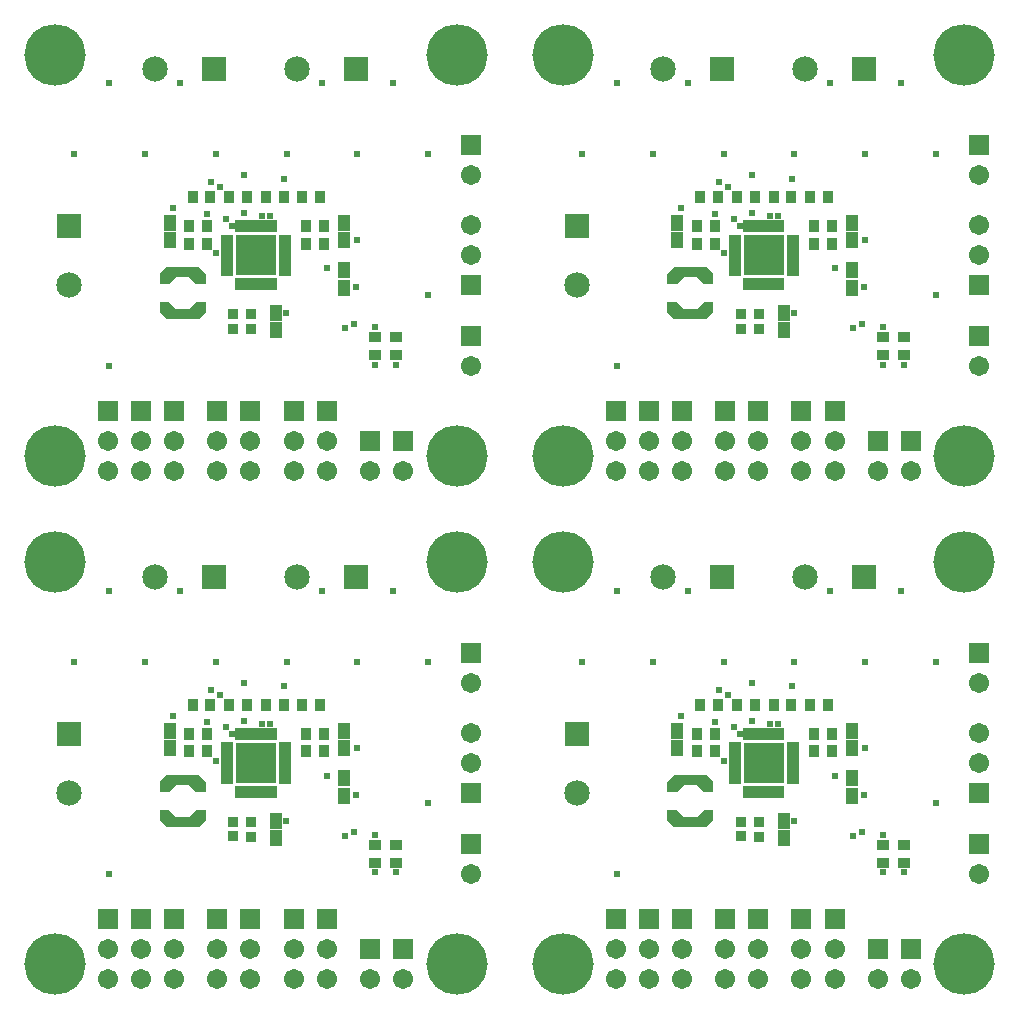
<source format=gts>
%MOIN*%
%OFA0B0*%
%FSLAX25Y25*%
%IPPOS*%
%LPD*%
%ADD14R,0.03556X0.04343*%
%ADD15R,0.03985X0.05241*%
%ADD16R,0.13202X0.13202*%
%ADD17R,0.04068X0.01981*%
%ADD18R,0.01981X0.04068*%
%ADD19R,0.03568X0.03563*%
%ADD20R,0.03379X0.03174*%
%ADD21R,0.04343X0.03556*%
%ADD22C,0.04039*%
%ADD23C,0.06706*%
%ADD24R,0.06706X0.06706*%
%ADD25C,0.08477*%
%ADD26R,0.08477X0.08477*%
%ADD27R,0.08477X0.08477*%
%ADD28C,0.20485000000000003*%
%ADD29C,0.02375*%
%ADD30C,0.03556*%
%ADD41R,0.03556X0.04343*%
%ADD42R,0.03985X0.05241*%
%ADD43R,0.13202X0.13202*%
%ADD44R,0.04068X0.01981*%
%ADD45R,0.01981X0.04068*%
%ADD46R,0.03568X0.03563*%
%ADD47R,0.03379X0.03174*%
%ADD48R,0.04343X0.03556*%
%ADD49C,0.04039*%
%ADD50C,0.06706*%
%ADD51R,0.06706X0.06706*%
%ADD52C,0.08477*%
%ADD53R,0.08477X0.08477*%
%ADD54R,0.08477X0.08477*%
%ADD55C,0.20485000000000003*%
%ADD56C,0.02375*%
%ADD57C,0.03556*%
%ADD58R,0.03556X0.04343*%
%ADD59R,0.03985X0.05241*%
%ADD60R,0.13202X0.13202*%
%ADD61R,0.04068X0.01981*%
%ADD62R,0.01981X0.04068*%
%ADD63R,0.03568X0.03563*%
%ADD64R,0.03379X0.03174*%
%ADD65R,0.04343X0.03556*%
%ADD66C,0.04039*%
%ADD67C,0.06706*%
%ADD68R,0.06706X0.06706*%
%ADD69C,0.08477*%
%ADD70R,0.08477X0.08477*%
%ADD71R,0.08477X0.08477*%
%ADD72C,0.20485000000000003*%
%ADD73C,0.02375*%
%ADD74C,0.03556*%
%ADD75R,0.03556X0.04343*%
%ADD76R,0.03985X0.05241*%
%ADD77R,0.13202X0.13202*%
%ADD78R,0.04068X0.01981*%
%ADD79R,0.01981X0.04068*%
%ADD80R,0.03568X0.03563*%
%ADD81R,0.03379X0.03174*%
%ADD82R,0.04343X0.03556*%
%ADD83C,0.04039*%
%ADD84C,0.06706*%
%ADD85R,0.06706X0.06706*%
%ADD86C,0.08477*%
%ADD87R,0.08477X0.08477*%
%ADD88R,0.08477X0.08477*%
%ADD89C,0.20485000000000003*%
%ADD90C,0.02375*%
%ADD91C,0.03556*%
G01*
G75*
G36*
X0061988Y0295905D02*
X0059823Y0293700D01*
X0048838Y0293700D01*
X0046673Y0295905D01*
X0046673Y0299409D01*
X0049724Y0299409D01*
X0052067Y0297125D01*
X0056594Y0297125D01*
X0058936Y0299409D01*
X0061988Y0299409D01*
X0061988Y0295905D01*
D02*
G37*
G36*
X0061988Y0308818D02*
X0061988Y0305315D01*
X0058936Y0305315D01*
X0056594Y0307598D01*
X0052067Y0307598D01*
X0049724Y0305315D01*
X0046673Y0305315D01*
X0046673Y0308818D01*
X0048838Y0311023D01*
X0059823Y0311023D01*
X0061988Y0308818D01*
D02*
G37*
D14*
X0062402Y0324803D02*
D03*
X0056496Y0324803D02*
D03*
X0056496Y0318897D02*
D03*
X0062402Y0318897D02*
D03*
X0101377Y0324803D02*
D03*
X0095473Y0324803D02*
D03*
X0101377Y0318897D02*
D03*
X0095473Y0318897D02*
D03*
X0100197Y0334252D02*
D03*
X0094291Y0334252D02*
D03*
X0087992Y0334252D02*
D03*
X0082087Y0334252D02*
D03*
X0075787Y0334252D02*
D03*
X0069882Y0334252D02*
D03*
X0063582Y0334252D02*
D03*
X0057677Y0334252D02*
D03*
D15*
X0050000Y0325750D02*
D03*
X0050000Y0319919D02*
D03*
X0108268Y0310002D02*
D03*
X0108268Y0304171D02*
D03*
X0108268Y0325750D02*
D03*
X0108268Y0319919D02*
D03*
X0085433Y0295828D02*
D03*
X0085433Y0289997D02*
D03*
D16*
X0078740Y0314960D02*
D03*
D17*
X0069055Y0309055D02*
D03*
X0069055Y0311023D02*
D03*
X0069055Y0312992D02*
D03*
X0069055Y0314960D02*
D03*
X0069055Y0316929D02*
D03*
X0069055Y0318897D02*
D03*
X0069055Y0320865D02*
D03*
X0088425Y0320865D02*
D03*
X0088425Y0318897D02*
D03*
X0088425Y0316929D02*
D03*
X0088425Y0314960D02*
D03*
X0088425Y0312992D02*
D03*
X0088425Y0311023D02*
D03*
X0088425Y0309055D02*
D03*
D18*
X0072835Y0324645D02*
D03*
X0074803Y0324645D02*
D03*
X0076772Y0324645D02*
D03*
X0078740Y0324645D02*
D03*
X0080709Y0324645D02*
D03*
X0082677Y0324645D02*
D03*
X0084646Y0324645D02*
D03*
X0084646Y0305275D02*
D03*
X0082677Y0305275D02*
D03*
X0080709Y0305275D02*
D03*
X0078740Y0305275D02*
D03*
X0076772Y0305275D02*
D03*
X0074803Y0305275D02*
D03*
X0072835Y0305275D02*
D03*
D19*
X0071260Y0295277D02*
D03*
X0071260Y0290549D02*
D03*
D20*
X0077165Y0295378D02*
D03*
X0077165Y0290448D02*
D03*
D21*
X0125394Y0281692D02*
D03*
X0125394Y0287598D02*
D03*
X0118504Y0287598D02*
D03*
X0118504Y0281692D02*
D03*
D22*
X0058956Y0296019D02*
D03*
X0058956Y0308704D02*
D03*
D23*
X0116929Y0243149D02*
D03*
X0127953Y0243149D02*
D03*
X0102362Y0243149D02*
D03*
X0102362Y0253148D02*
D03*
X0091337Y0243149D02*
D03*
X0091337Y0253148D02*
D03*
X0076772Y0243149D02*
D03*
X0076772Y0253148D02*
D03*
X0065748Y0243149D02*
D03*
X0065748Y0253148D02*
D03*
X0051575Y0243149D02*
D03*
X0051575Y0253148D02*
D03*
X0040551Y0243149D02*
D03*
X0040551Y0253148D02*
D03*
X0029528Y0243149D02*
D03*
X0029528Y0253148D02*
D03*
X0150393Y0324960D02*
D03*
X0150393Y0314960D02*
D03*
X0150393Y0278189D02*
D03*
X0150393Y0341574D02*
D03*
D24*
X0116929Y0253148D02*
D03*
X0127953Y0253148D02*
D03*
X0102362Y0263149D02*
D03*
X0091337Y0263149D02*
D03*
X0076772Y0263149D02*
D03*
X0065748Y0263149D02*
D03*
X0051575Y0263149D02*
D03*
X0040551Y0263149D02*
D03*
X0029528Y0263149D02*
D03*
X0150393Y0304959D02*
D03*
X0150393Y0288188D02*
D03*
X0150393Y0351574D02*
D03*
D25*
X0016535Y0305119D02*
D03*
X0092521Y0377165D02*
D03*
X0045276Y0377165D02*
D03*
D26*
X0016535Y0324804D02*
D03*
D27*
X0112206Y0377165D02*
D03*
X0064961Y0377165D02*
D03*
D28*
X0011811Y0248030D02*
D03*
X0145669Y0381889D02*
D03*
X0011811Y0381889D02*
D03*
X0145669Y0248030D02*
D03*
D29*
X0136221Y0348818D02*
D03*
X0136221Y0301574D02*
D03*
X0124408Y0372441D02*
D03*
X0112599Y0348818D02*
D03*
X0100787Y0372441D02*
D03*
X0088976Y0348818D02*
D03*
X0065354Y0348818D02*
D03*
X0053542Y0372441D02*
D03*
X0041732Y0348818D02*
D03*
X0029920Y0372441D02*
D03*
X0018110Y0348818D02*
D03*
X0029920Y0277952D02*
D03*
X0125394Y0278543D02*
D03*
X0118504Y0278543D02*
D03*
X0118504Y0291141D02*
D03*
X0108464Y0290748D02*
D03*
X0111417Y0292125D02*
D03*
X0088189Y0340551D02*
D03*
X0063778Y0339370D02*
D03*
X0051181Y0330708D02*
D03*
X0062598Y0328740D02*
D03*
X0088779Y0295669D02*
D03*
X0102362Y0310630D02*
D03*
X0112205Y0304330D02*
D03*
X0074803Y0341732D02*
D03*
X0068898Y0327165D02*
D03*
X0074803Y0329133D02*
D03*
X0065354Y0315748D02*
D03*
X0112598Y0320077D02*
D03*
X0066929Y0337795D02*
D03*
X0080709Y0327952D02*
D03*
X0083465Y0327952D02*
D03*
X0070866Y0324803D02*
D03*
D30*
X0083071Y0319291D02*
D03*
X0083071Y0310630D02*
D03*
X0078740Y0314960D02*
D03*
X0074409Y0319291D02*
D03*
X0074409Y0310630D02*
D03*
G04 next file*
G04*
G04 #@! TF.GenerationSoftware,Altium Limited,Altium Designer,21.7.2 (23)*
G04*
G04 Layer_Color=8388736*
G04 skipping 70
G04*
G04 #@! TF.SameCoordinates,D7E17CD3-6D55-4483-A905-566B995BA5DE*
G04*
G04*
G04 #@! TF.FilePolarity,Negative*
G04*
G01*
G75*
G36*
X0231279Y0295905D02*
X0229114Y0293700D01*
X0218129Y0293700D01*
X0215964Y0295905D01*
X0215964Y0299409D01*
X0219015Y0299409D01*
X0221358Y0297125D01*
X0225886Y0297125D01*
X0228228Y0299409D01*
X0231279Y0299409D01*
X0231279Y0295905D01*
D02*
G37*
G36*
X0231279Y0308818D02*
X0231279Y0305315D01*
X0228228Y0305315D01*
X0225886Y0307598D01*
X0221358Y0307598D01*
X0219015Y0305315D01*
X0215964Y0305315D01*
X0215964Y0308818D01*
X0218129Y0311023D01*
X0229114Y0311023D01*
X0231279Y0308818D01*
D02*
G37*
D41*
X0231693Y0324803D02*
D03*
X0225787Y0324803D02*
D03*
X0225787Y0318897D02*
D03*
X0231693Y0318897D02*
D03*
X0270669Y0324803D02*
D03*
X0264764Y0324803D02*
D03*
X0270669Y0318897D02*
D03*
X0264764Y0318897D02*
D03*
X0269488Y0334252D02*
D03*
X0263582Y0334252D02*
D03*
X0257282Y0334252D02*
D03*
X0251378Y0334252D02*
D03*
X0245078Y0334252D02*
D03*
X0239173Y0334252D02*
D03*
X0232873Y0334252D02*
D03*
X0226968Y0334252D02*
D03*
D42*
X0219291Y0325750D02*
D03*
X0219291Y0319919D02*
D03*
X0277559Y0310002D02*
D03*
X0277559Y0304171D02*
D03*
X0277559Y0325750D02*
D03*
X0277559Y0319919D02*
D03*
X0254724Y0295828D02*
D03*
X0254724Y0289997D02*
D03*
D43*
X0248030Y0314960D02*
D03*
D44*
X0238346Y0309055D02*
D03*
X0238346Y0311023D02*
D03*
X0238346Y0312992D02*
D03*
X0238346Y0314960D02*
D03*
X0238346Y0316929D02*
D03*
X0238346Y0318897D02*
D03*
X0238346Y0320865D02*
D03*
X0257716Y0320865D02*
D03*
X0257716Y0318897D02*
D03*
X0257716Y0316929D02*
D03*
X0257716Y0314960D02*
D03*
X0257716Y0312992D02*
D03*
X0257716Y0311023D02*
D03*
X0257716Y0309055D02*
D03*
D45*
X0242126Y0324645D02*
D03*
X0244094Y0324645D02*
D03*
X0246063Y0324645D02*
D03*
X0248030Y0324645D02*
D03*
X0250000Y0324645D02*
D03*
X0251968Y0324645D02*
D03*
X0253937Y0324645D02*
D03*
X0253937Y0305275D02*
D03*
X0251968Y0305275D02*
D03*
X0250000Y0305275D02*
D03*
X0248030Y0305275D02*
D03*
X0246063Y0305275D02*
D03*
X0244094Y0305275D02*
D03*
X0242126Y0305275D02*
D03*
D46*
X0240551Y0295277D02*
D03*
X0240551Y0290549D02*
D03*
D47*
X0246456Y0295378D02*
D03*
X0246456Y0290448D02*
D03*
D48*
X0294685Y0281692D02*
D03*
X0294685Y0287598D02*
D03*
X0287795Y0287598D02*
D03*
X0287795Y0281692D02*
D03*
D49*
X0228247Y0296019D02*
D03*
X0228247Y0308704D02*
D03*
D50*
X0286220Y0243149D02*
D03*
X0297244Y0243149D02*
D03*
X0271652Y0243149D02*
D03*
X0271652Y0253148D02*
D03*
X0260630Y0243149D02*
D03*
X0260630Y0253148D02*
D03*
X0246063Y0243149D02*
D03*
X0246063Y0253148D02*
D03*
X0235039Y0243149D02*
D03*
X0235039Y0253148D02*
D03*
X0220866Y0243149D02*
D03*
X0220866Y0253148D02*
D03*
X0209842Y0243149D02*
D03*
X0209842Y0253148D02*
D03*
X0198818Y0243149D02*
D03*
X0198818Y0253148D02*
D03*
X0319685Y0324960D02*
D03*
X0319685Y0314960D02*
D03*
X0319685Y0278189D02*
D03*
X0319685Y0341574D02*
D03*
D51*
X0286220Y0253148D02*
D03*
X0297244Y0253148D02*
D03*
X0271652Y0263149D02*
D03*
X0260630Y0263149D02*
D03*
X0246063Y0263149D02*
D03*
X0235039Y0263149D02*
D03*
X0220866Y0263149D02*
D03*
X0209842Y0263149D02*
D03*
X0198818Y0263149D02*
D03*
X0319685Y0304959D02*
D03*
X0319685Y0288188D02*
D03*
X0319685Y0351574D02*
D03*
D52*
X0185826Y0305119D02*
D03*
X0261811Y0377165D02*
D03*
X0214567Y0377165D02*
D03*
D53*
X0185826Y0324804D02*
D03*
D54*
X0281497Y0377165D02*
D03*
X0234252Y0377165D02*
D03*
D55*
X0181102Y0248030D02*
D03*
X0314960Y0381889D02*
D03*
X0181102Y0381889D02*
D03*
X0314960Y0248030D02*
D03*
D56*
X0305512Y0348818D02*
D03*
X0305512Y0301574D02*
D03*
X0293700Y0372441D02*
D03*
X0281890Y0348818D02*
D03*
X0270078Y0372441D02*
D03*
X0258266Y0348818D02*
D03*
X0234645Y0348818D02*
D03*
X0222834Y0372441D02*
D03*
X0211023Y0348818D02*
D03*
X0199212Y0372441D02*
D03*
X0187401Y0348818D02*
D03*
X0199212Y0277952D02*
D03*
X0294685Y0278543D02*
D03*
X0287795Y0278543D02*
D03*
X0287795Y0291141D02*
D03*
X0277756Y0290748D02*
D03*
X0280708Y0292125D02*
D03*
X0257479Y0340551D02*
D03*
X0233070Y0339370D02*
D03*
X0220472Y0330708D02*
D03*
X0231889Y0328740D02*
D03*
X0258070Y0295669D02*
D03*
X0271652Y0310630D02*
D03*
X0281496Y0304330D02*
D03*
X0244094Y0341732D02*
D03*
X0238188Y0327165D02*
D03*
X0244094Y0329133D02*
D03*
X0234645Y0315748D02*
D03*
X0281889Y0320077D02*
D03*
X0236220Y0337795D02*
D03*
X0250000Y0327952D02*
D03*
X0252755Y0327952D02*
D03*
X0240157Y0324803D02*
D03*
D57*
X0252362Y0319291D02*
D03*
X0252362Y0310630D02*
D03*
X0248030Y0314960D02*
D03*
X0243701Y0319291D02*
D03*
X0243701Y0310630D02*
D03*
G04 next file*
G04*
G04 #@! TF.GenerationSoftware,Altium Limited,Altium Designer,21.7.2 (23)*
G04*
G04 Layer_Color=8388736*
G04 skipping 70
G04*
G04 #@! TF.SameCoordinates,D7E17CD3-6D55-4483-A905-566B995BA5DE*
G04*
G04*
G04 #@! TF.FilePolarity,Negative*
G04*
G01*
G75*
G36*
X0061988Y0126614D02*
X0059823Y0124408D01*
X0048838Y0124408D01*
X0046673Y0126614D01*
X0046673Y0130118D01*
X0049724Y0130118D01*
X0052067Y0127834D01*
X0056594Y0127834D01*
X0058936Y0130118D01*
X0061988Y0130118D01*
X0061988Y0126614D01*
D02*
G37*
G36*
X0061988Y0139527D02*
X0061988Y0136024D01*
X0058936Y0136024D01*
X0056594Y0138307D01*
X0052067Y0138307D01*
X0049724Y0136024D01*
X0046673Y0136024D01*
X0046673Y0139527D01*
X0048838Y0141732D01*
X0059823Y0141732D01*
X0061988Y0139527D01*
D02*
G37*
D58*
X0062402Y0155512D02*
D03*
X0056496Y0155512D02*
D03*
X0056496Y0149606D02*
D03*
X0062402Y0149606D02*
D03*
X0101377Y0155512D02*
D03*
X0095473Y0155512D02*
D03*
X0101377Y0149606D02*
D03*
X0095473Y0149606D02*
D03*
X0100197Y0164961D02*
D03*
X0094291Y0164961D02*
D03*
X0087992Y0164961D02*
D03*
X0082087Y0164961D02*
D03*
X0075787Y0164961D02*
D03*
X0069882Y0164961D02*
D03*
X0063582Y0164961D02*
D03*
X0057677Y0164961D02*
D03*
D59*
X0050000Y0156459D02*
D03*
X0050000Y0150628D02*
D03*
X0108268Y0140711D02*
D03*
X0108268Y0134879D02*
D03*
X0108268Y0156459D02*
D03*
X0108268Y0150628D02*
D03*
X0085433Y0126536D02*
D03*
X0085433Y0120706D02*
D03*
D60*
X0078740Y0145669D02*
D03*
D61*
X0069055Y0139764D02*
D03*
X0069055Y0141732D02*
D03*
X0069055Y0143701D02*
D03*
X0069055Y0145669D02*
D03*
X0069055Y0147638D02*
D03*
X0069055Y0149606D02*
D03*
X0069055Y0151575D02*
D03*
X0088425Y0151575D02*
D03*
X0088425Y0149606D02*
D03*
X0088425Y0147638D02*
D03*
X0088425Y0145669D02*
D03*
X0088425Y0143701D02*
D03*
X0088425Y0141732D02*
D03*
X0088425Y0139764D02*
D03*
D62*
X0072835Y0155353D02*
D03*
X0074803Y0155353D02*
D03*
X0076772Y0155353D02*
D03*
X0078740Y0155353D02*
D03*
X0080709Y0155353D02*
D03*
X0082677Y0155353D02*
D03*
X0084646Y0155353D02*
D03*
X0084646Y0135984D02*
D03*
X0082677Y0135984D02*
D03*
X0080709Y0135984D02*
D03*
X0078740Y0135984D02*
D03*
X0076772Y0135984D02*
D03*
X0074803Y0135984D02*
D03*
X0072835Y0135984D02*
D03*
D63*
X0071260Y0125985D02*
D03*
X0071260Y0121258D02*
D03*
D64*
X0077165Y0126087D02*
D03*
X0077165Y0121157D02*
D03*
D65*
X0125394Y0112401D02*
D03*
X0125394Y0118307D02*
D03*
X0118504Y0118307D02*
D03*
X0118504Y0112401D02*
D03*
D66*
X0058956Y0126728D02*
D03*
X0058956Y0139413D02*
D03*
D67*
X0116929Y0073858D02*
D03*
X0127953Y0073858D02*
D03*
X0102362Y0073858D02*
D03*
X0102362Y0083858D02*
D03*
X0091337Y0073858D02*
D03*
X0091337Y0083858D02*
D03*
X0076772Y0073858D02*
D03*
X0076772Y0083858D02*
D03*
X0065748Y0073858D02*
D03*
X0065748Y0083858D02*
D03*
X0051575Y0073858D02*
D03*
X0051575Y0083858D02*
D03*
X0040551Y0073858D02*
D03*
X0040551Y0083858D02*
D03*
X0029528Y0073858D02*
D03*
X0029528Y0083858D02*
D03*
X0150393Y0155669D02*
D03*
X0150393Y0145669D02*
D03*
X0150393Y0108898D02*
D03*
X0150393Y0172283D02*
D03*
D68*
X0116929Y0083858D02*
D03*
X0127953Y0083858D02*
D03*
X0102362Y0093858D02*
D03*
X0091337Y0093858D02*
D03*
X0076772Y0093858D02*
D03*
X0065748Y0093858D02*
D03*
X0051575Y0093858D02*
D03*
X0040551Y0093858D02*
D03*
X0029528Y0093858D02*
D03*
X0150393Y0135669D02*
D03*
X0150393Y0118897D02*
D03*
X0150393Y0182283D02*
D03*
D69*
X0016535Y0135828D02*
D03*
X0092521Y0207873D02*
D03*
X0045276Y0207873D02*
D03*
D70*
X0016535Y0155513D02*
D03*
D71*
X0112206Y0207873D02*
D03*
X0064961Y0207873D02*
D03*
D72*
X0011811Y0078740D02*
D03*
X0145669Y0212598D02*
D03*
X0011811Y0212598D02*
D03*
X0145669Y0078740D02*
D03*
D73*
X0136221Y0179528D02*
D03*
X0136221Y0132282D02*
D03*
X0124408Y0203150D02*
D03*
X0112599Y0179528D02*
D03*
X0100787Y0203150D02*
D03*
X0088976Y0179528D02*
D03*
X0065354Y0179528D02*
D03*
X0053542Y0203150D02*
D03*
X0041732Y0179528D02*
D03*
X0029920Y0203150D02*
D03*
X0018110Y0179528D02*
D03*
X0029920Y0108661D02*
D03*
X0125394Y0109252D02*
D03*
X0118504Y0109252D02*
D03*
X0118504Y0121849D02*
D03*
X0108464Y0121457D02*
D03*
X0111417Y0122834D02*
D03*
X0088189Y0171260D02*
D03*
X0063778Y0170079D02*
D03*
X0051181Y0161417D02*
D03*
X0062598Y0159449D02*
D03*
X0088779Y0126377D02*
D03*
X0102362Y0141339D02*
D03*
X0112205Y0135039D02*
D03*
X0074803Y0172441D02*
D03*
X0068898Y0157874D02*
D03*
X0074803Y0159841D02*
D03*
X0065354Y0146457D02*
D03*
X0112598Y0150787D02*
D03*
X0066929Y0168504D02*
D03*
X0080709Y0158661D02*
D03*
X0083465Y0158661D02*
D03*
X0070866Y0155512D02*
D03*
D74*
X0083071Y0149999D02*
D03*
X0083071Y0141339D02*
D03*
X0078740Y0145669D02*
D03*
X0074409Y0149999D02*
D03*
X0074409Y0141339D02*
D03*
G04 next file*
G04*
G04 #@! TF.GenerationSoftware,Altium Limited,Altium Designer,21.7.2 (23)*
G04*
G04 Layer_Color=8388736*
G04 skipping 70
G04*
G04 #@! TF.SameCoordinates,D7E17CD3-6D55-4483-A905-566B995BA5DE*
G04*
G04*
G04 #@! TF.FilePolarity,Negative*
G04*
G01*
G75*
G36*
X0231279Y0126614D02*
X0229114Y0124408D01*
X0218129Y0124408D01*
X0215964Y0126614D01*
X0215964Y0130118D01*
X0219015Y0130118D01*
X0221358Y0127834D01*
X0225886Y0127834D01*
X0228228Y0130118D01*
X0231279Y0130118D01*
X0231279Y0126614D01*
D02*
G37*
G36*
X0231279Y0139527D02*
X0231279Y0136024D01*
X0228228Y0136024D01*
X0225886Y0138307D01*
X0221358Y0138307D01*
X0219015Y0136024D01*
X0215964Y0136024D01*
X0215964Y0139527D01*
X0218129Y0141732D01*
X0229114Y0141732D01*
X0231279Y0139527D01*
D02*
G37*
D75*
X0231693Y0155512D02*
D03*
X0225787Y0155512D02*
D03*
X0225787Y0149606D02*
D03*
X0231693Y0149606D02*
D03*
X0270669Y0155512D02*
D03*
X0264764Y0155512D02*
D03*
X0270669Y0149606D02*
D03*
X0264764Y0149606D02*
D03*
X0269488Y0164961D02*
D03*
X0263582Y0164961D02*
D03*
X0257282Y0164961D02*
D03*
X0251378Y0164961D02*
D03*
X0245078Y0164961D02*
D03*
X0239173Y0164961D02*
D03*
X0232873Y0164961D02*
D03*
X0226968Y0164961D02*
D03*
D76*
X0219291Y0156459D02*
D03*
X0219291Y0150628D02*
D03*
X0277559Y0140711D02*
D03*
X0277559Y0134879D02*
D03*
X0277559Y0156459D02*
D03*
X0277559Y0150628D02*
D03*
X0254724Y0126536D02*
D03*
X0254724Y0120706D02*
D03*
D77*
X0248030Y0145669D02*
D03*
D78*
X0238346Y0139764D02*
D03*
X0238346Y0141732D02*
D03*
X0238346Y0143701D02*
D03*
X0238346Y0145669D02*
D03*
X0238346Y0147638D02*
D03*
X0238346Y0149606D02*
D03*
X0238346Y0151575D02*
D03*
X0257716Y0151575D02*
D03*
X0257716Y0149606D02*
D03*
X0257716Y0147638D02*
D03*
X0257716Y0145669D02*
D03*
X0257716Y0143701D02*
D03*
X0257716Y0141732D02*
D03*
X0257716Y0139764D02*
D03*
D79*
X0242126Y0155353D02*
D03*
X0244094Y0155353D02*
D03*
X0246063Y0155353D02*
D03*
X0248030Y0155353D02*
D03*
X0250000Y0155353D02*
D03*
X0251968Y0155353D02*
D03*
X0253937Y0155353D02*
D03*
X0253937Y0135984D02*
D03*
X0251968Y0135984D02*
D03*
X0250000Y0135984D02*
D03*
X0248030Y0135984D02*
D03*
X0246063Y0135984D02*
D03*
X0244094Y0135984D02*
D03*
X0242126Y0135984D02*
D03*
D80*
X0240551Y0125985D02*
D03*
X0240551Y0121258D02*
D03*
D81*
X0246456Y0126087D02*
D03*
X0246456Y0121157D02*
D03*
D82*
X0294685Y0112401D02*
D03*
X0294685Y0118307D02*
D03*
X0287795Y0118307D02*
D03*
X0287795Y0112401D02*
D03*
D83*
X0228247Y0126728D02*
D03*
X0228247Y0139413D02*
D03*
D84*
X0286220Y0073858D02*
D03*
X0297244Y0073858D02*
D03*
X0271652Y0073858D02*
D03*
X0271652Y0083858D02*
D03*
X0260630Y0073858D02*
D03*
X0260630Y0083858D02*
D03*
X0246063Y0073858D02*
D03*
X0246063Y0083858D02*
D03*
X0235039Y0073858D02*
D03*
X0235039Y0083858D02*
D03*
X0220866Y0073858D02*
D03*
X0220866Y0083858D02*
D03*
X0209842Y0073858D02*
D03*
X0209842Y0083858D02*
D03*
X0198818Y0073858D02*
D03*
X0198818Y0083858D02*
D03*
X0319685Y0155669D02*
D03*
X0319685Y0145669D02*
D03*
X0319685Y0108898D02*
D03*
X0319685Y0172283D02*
D03*
D85*
X0286220Y0083858D02*
D03*
X0297244Y0083858D02*
D03*
X0271652Y0093858D02*
D03*
X0260630Y0093858D02*
D03*
X0246063Y0093858D02*
D03*
X0235039Y0093858D02*
D03*
X0220866Y0093858D02*
D03*
X0209842Y0093858D02*
D03*
X0198818Y0093858D02*
D03*
X0319685Y0135669D02*
D03*
X0319685Y0118897D02*
D03*
X0319685Y0182283D02*
D03*
D86*
X0185826Y0135828D02*
D03*
X0261811Y0207873D02*
D03*
X0214567Y0207873D02*
D03*
D87*
X0185826Y0155513D02*
D03*
D88*
X0281497Y0207873D02*
D03*
X0234252Y0207873D02*
D03*
D89*
X0181102Y0078740D02*
D03*
X0314960Y0212598D02*
D03*
X0181102Y0212598D02*
D03*
X0314960Y0078740D02*
D03*
D90*
X0305512Y0179528D02*
D03*
X0305512Y0132282D02*
D03*
X0293700Y0203150D02*
D03*
X0281890Y0179528D02*
D03*
X0270078Y0203150D02*
D03*
X0258266Y0179528D02*
D03*
X0234645Y0179528D02*
D03*
X0222834Y0203150D02*
D03*
X0211023Y0179528D02*
D03*
X0199212Y0203150D02*
D03*
X0187401Y0179528D02*
D03*
X0199212Y0108661D02*
D03*
X0294685Y0109252D02*
D03*
X0287795Y0109252D02*
D03*
X0287795Y0121849D02*
D03*
X0277756Y0121457D02*
D03*
X0280708Y0122834D02*
D03*
X0257479Y0171260D02*
D03*
X0233070Y0170079D02*
D03*
X0220472Y0161417D02*
D03*
X0231889Y0159449D02*
D03*
X0258070Y0126377D02*
D03*
X0271652Y0141339D02*
D03*
X0281496Y0135039D02*
D03*
X0244094Y0172441D02*
D03*
X0238188Y0157874D02*
D03*
X0244094Y0159841D02*
D03*
X0234645Y0146457D02*
D03*
X0281889Y0150787D02*
D03*
X0236220Y0168504D02*
D03*
X0250000Y0158661D02*
D03*
X0252755Y0158661D02*
D03*
X0240157Y0155512D02*
D03*
D91*
X0252362Y0149999D02*
D03*
X0252362Y0141339D02*
D03*
X0248030Y0145669D02*
D03*
X0243701Y0149999D02*
D03*
X0243701Y0141339D02*
D03*
M02*
</source>
